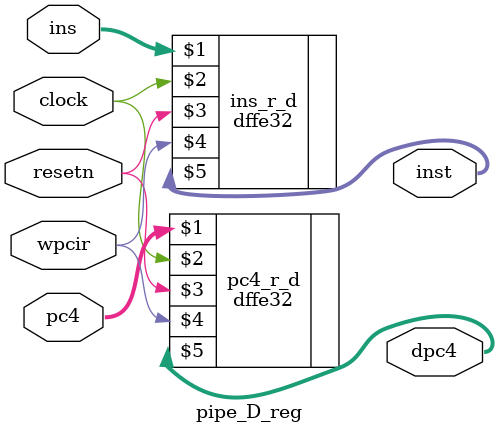
<source format=v>
module pipe_D_reg(pc4, ins, wpcir, clock, resetn, dpc4, inst);
	input  [31:0] pc4, ins;
	input         wpcir, clock, resetn;
	output [31:0] dpc4, inst;

	dffe32 pc4_r_d(pc4, clock, resetn, wpcir, dpc4);
	dffe32 ins_r_d(ins, clock, resetn, wpcir, inst);
endmodule

</source>
